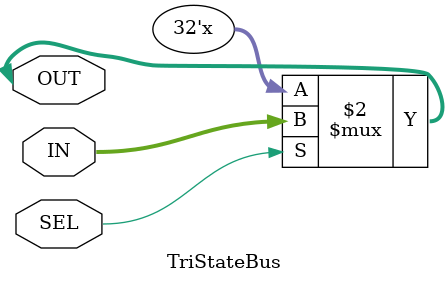
<source format=v>

module TriStateBus(OUT, IN, SEL);
parameter WIDTH = 32;	
inout wire [WIDTH-1:0] OUT;
input wire [WIDTH-1:0] IN;
input wire SEL;

assign OUT = (SEL == 1'b1) ? IN : {WIDTH{1'bZ}};

endmodule
</source>
